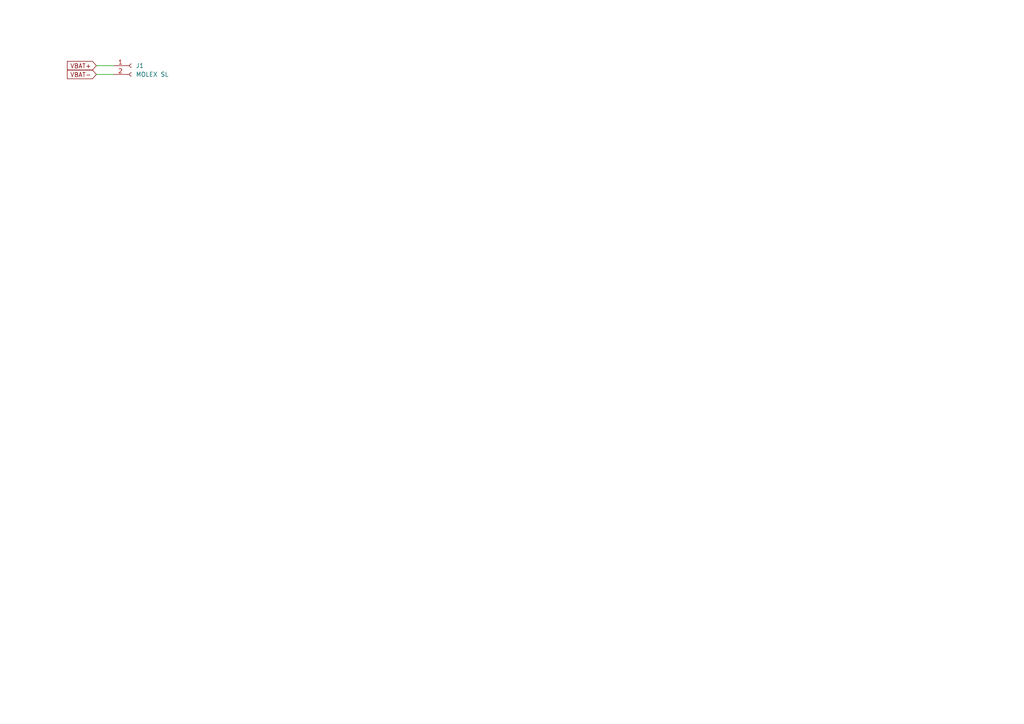
<source format=kicad_sch>
(kicad_sch (version 20231120) (generator "eeschema") (generator_version "8.0")
  (paper "A4")
  (lib_symbols
    (symbol "Connector:Conn_01x02_Socket" (pin_names (offset 1.016) hide)
      (property "Reference" "J" (at 0 2.54 0))
      (property "Value" "Conn_01x02_Socket" (at 0 -5.08 0))
      (symbol "Conn_01x02_Socket_1_1"
        (arc (start 0 -2.032) (mid -0.5058 -2.54) (end 0 -3.048) (stroke (width 0.1524)))
        (polyline (pts (xy -1.27 -2.54) (xy -0.508 -2.54)) (stroke (width 0.1524)))
        (polyline (pts (xy -1.27 0) (xy -0.508 0)) (stroke (width 0.1524)))
        (arc (start 0 0.508) (mid -0.5058 0) (end 0 -0.508) (stroke (width 0.1524)))
        (pin passive line (at -5.08 0 0) (length 3.81) (name "Pin_1") (number "1"))
        (pin passive line (at -5.08 -2.54 0) (length 3.81) (name "Pin_2") (number "2"))
      )
    )
  )
  (wire (pts (xy 27.94 19.05) (xy 33.02 19.05)))
  (wire (pts (xy 27.94 21.59) (xy 33.02 21.59)))
  (global_label "VBAT+" (shape input) (at 27.94 19.05 180) (property "Intersheetrefs" "${INTERSHEET_REFS}" (effects (hide yes))))
  (global_label "VBAT-" (shape input) (at 27.94 21.59 180) (property "Intersheetrefs" "${INTERSHEET_REFS}" (effects (hide yes))))
  (symbol (lib_id "Connector:Conn_01x02_Socket") (at 38.1 19.05 0) (unit 1)
    (property "Reference" "J1" (at 39.37 19.0499 0) (effects (justify left)))
    (property "Value" "MOLEX SL" (at 39.37 21.5899 0) (effects (justify left)))
    (property "Footprint" "Connector_Molex:Molex_SL_171971-0002_1x02_P2.54mm_Vertical" (effects (hide yes)))
    (property "Description" "Generic connector, single row, 01x02, script generated" (effects (hide yes)))
  )
)
</source>
